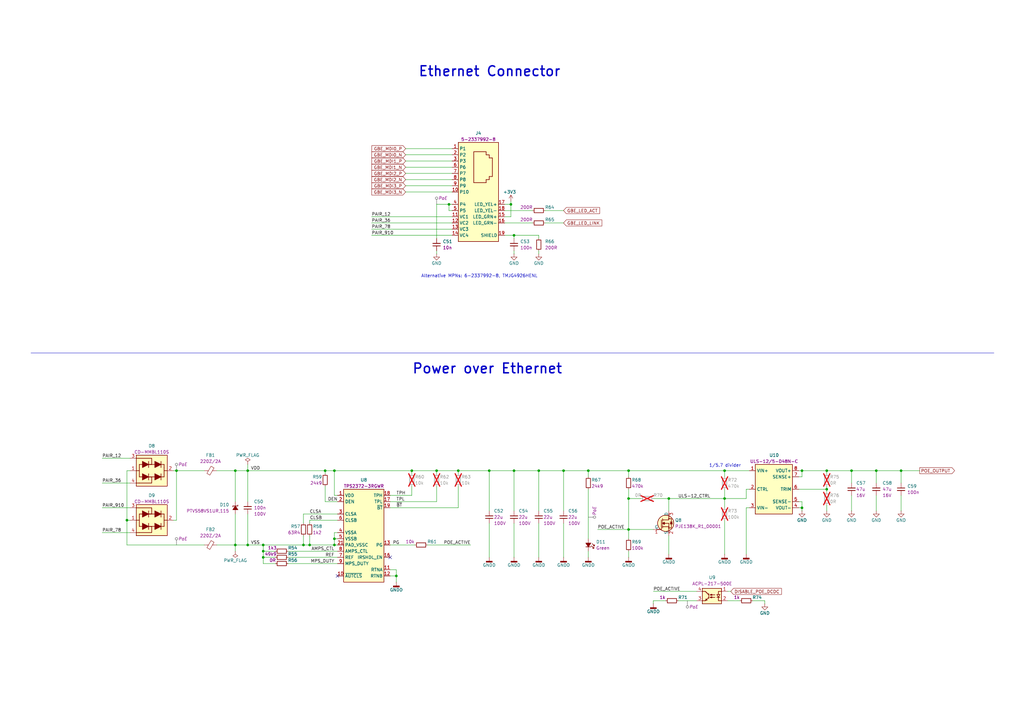
<source format=kicad_sch>
(kicad_sch (version 20250114) (generator "eeschema") (generator_version "9.0")
  (paper "A3")
  (title_block (title "Jetson Orin AGX Baseboard") (date "2025-08-11") (rev "1.0.0") (company "Antmicro Ltd") (comment 1 "www.antmicro.com"))
  (text "Power over Ethernet" (at 168.91 153.67 0) (effects (font (size 4 4) (thickness 0.5994) (bold yes)) (justify left bottom)))
  (text "Ethernet Connector" (at 171.45 31.75 0) (effects (font (size 4 4) (thickness 0.5994) (bold yes)) (justify left bottom)))
  (text "Alternative MPNs: 6-2337992-8, TMJG4926HENL " (at 197.104 113.284 0) (effects (font (size 1.27 1.27))))
  (text "1/5.7 divider" (at 290.83 191.77 0) (effects (font (size 1.27 1.27)) (justify left bottom)))
  (junction (at 137.16 193.04))
  (junction (at 328.93 208.28))
  (junction (at 133.35 193.04))
  (junction (at 137.16 220.98))
  (junction (at 124.46 223.52))
  (junction (at 231.14 193.04))
  (junction (at 184.15 83.82))
  (junction (at 200.66 193.04))
  (junction (at 241.3 193.04))
  (junction (at 257.81 217.17))
  (junction (at 257.81 193.04))
  (junction (at 297.18 193.04))
  (junction (at 168.91 193.04))
  (junction (at 187.96 193.04))
  (junction (at 96.52 193.04))
  (junction (at 107.95 228.6))
  (junction (at 107.95 226.06))
  (junction (at 52.07 213.36))
  (junction (at 210.82 96.52))
  (junction (at 220.98 193.04))
  (junction (at 137.16 223.52))
  (junction (at 359.41 193.04))
  (junction (at 257.81 204.47))
  (junction (at 297.18 204.47))
  (junction (at 101.6 223.52))
  (junction (at 162.56 236.22))
  (junction (at 127 223.52))
  (junction (at 369.57 193.04))
  (junction (at 209.55 83.82))
  (junction (at 339.09 200.66))
  (junction (at 179.07 193.04))
  (junction (at 210.82 193.04))
  (junction (at 349.25 193.04))
  (junction (at 339.09 193.04))
  (junction (at 107.95 223.52))
  (junction (at 328.93 193.04))
  (junction (at 72.39 193.04))
  (junction (at 96.52 223.52))
  (junction (at 274.32 204.47))
  (junction (at 101.6 193.04))
  (no_connect (at 138.43 236.22))
  (no_connect (at 160.02 228.6))
  (wire (pts (xy 166.37 76.2) (xy 185.42 76.2)))
  (wire (pts (xy 278.13 246.38) (xy 285.75 246.38)))
  (wire (pts (xy 209.55 82.55) (xy 209.55 83.82)))
  (wire (pts (xy 160.02 205.74) (xy 179.07 205.74)))
  (wire (pts (xy 101.6 210.82) (xy 101.6 223.52)))
  (wire (pts (xy 187.96 199.39) (xy 187.96 208.28)))
  (wire (pts (xy 297.18 200.66) (xy 297.18 204.47)))
  (wire (pts (xy 257.81 204.47) (xy 262.89 204.47)))
  (wire (pts (xy 245.11 217.17) (xy 257.81 217.17)))
  (wire (pts (xy 138.43 218.44) (xy 137.16 218.44)))
  (wire (pts (xy 257.81 193.04) (xy 297.18 193.04)))
  (wire (pts (xy 297.18 204.47) (xy 306.07 204.47)))
  (wire (pts (xy 166.37 71.12) (xy 185.42 71.12)))
  (wire (pts (xy 328.93 208.28) (xy 328.93 209.55)))
  (wire (pts (xy 306.07 208.28) (xy 307.34 208.28)))
  (wire (pts (xy 297.18 204.47) (xy 297.18 208.28)))
  (wire (pts (xy 160.02 203.2) (xy 168.91 203.2)))
  (wire (pts (xy 359.41 193.04) (xy 369.57 193.04)))
  (wire (pts (xy 257.81 193.04) (xy 257.81 195.58)))
  (wire (pts (xy 127 213.36) (xy 138.43 213.36)))
  (wire (pts (xy 369.57 203.2) (xy 369.57 209.55)))
  (wire (pts (xy 313.69 246.38) (xy 313.69 247.65)))
  (wire (pts (xy 349.25 193.04) (xy 359.41 193.04)))
  (wire (pts (xy 101.6 193.04) (xy 101.6 205.74)))
  (wire (pts (xy 107.95 226.06) (xy 107.95 228.6)))
  (wire (pts (xy 137.16 193.04) (xy 168.91 193.04)))
  (wire (pts (xy 113.03 228.6) (xy 107.95 228.6)))
  (wire (pts (xy 137.16 223.52) (xy 138.43 223.52)))
  (wire (pts (xy 107.95 231.14) (xy 107.95 228.6)))
  (wire (pts (xy 168.91 199.39) (xy 168.91 203.2)))
  (wire (pts (xy 137.16 193.04) (xy 137.16 203.2)))
  (wire (pts (xy 257.81 200.66) (xy 257.81 204.47)))
  (wire (pts (xy 168.91 193.04) (xy 168.91 194.31)))
  (wire (pts (xy 207.01 88.9) (xy 209.55 88.9)))
  (wire (pts (xy 241.3 226.06) (xy 241.3 228.6)))
  (wire (pts (xy 175.26 223.52) (xy 193.04 223.52)))
  (wire (pts (xy 179.07 83.82) (xy 179.07 97.79)))
  (wire (pts (xy 162.56 236.22) (xy 160.02 236.22)))
  (wire (pts (xy 339.09 200.66) (xy 339.09 201.93)))
  (wire (pts (xy 179.07 102.87) (xy 179.07 104.14)))
  (wire (pts (xy 166.37 78.74) (xy 185.42 78.74)))
  (wire (pts (xy 285.75 242.57) (xy 267.97 242.57)))
  (wire (pts (xy 359.41 193.04) (xy 359.41 198.12)))
  (wire (pts (xy 184.15 83.82) (xy 184.15 86.36)))
  (wire (pts (xy 118.11 231.14) (xy 138.43 231.14)))
  (wire (pts (xy 200.66 193.04) (xy 200.66 209.55)))
  (wire (pts (xy 207.01 96.52) (xy 210.82 96.52)))
  (wire (pts (xy 179.07 193.04) (xy 179.07 194.31)))
  (wire (pts (xy 137.16 218.44) (xy 137.16 220.98)))
  (wire (pts (xy 179.07 83.82) (xy 184.15 83.82)))
  (wire (pts (xy 267.97 204.47) (xy 274.32 204.47)))
  (wire (pts (xy 107.95 223.52) (xy 124.46 223.52)))
  (wire (pts (xy 328.93 195.58) (xy 328.93 193.04)))
  (wire (pts (xy 220.98 193.04) (xy 231.14 193.04)))
  (wire (pts (xy 220.98 214.63) (xy 220.98 228.6)))
  (wire (pts (xy 160.02 233.68) (xy 162.56 233.68)))
  (wire (pts (xy 210.82 97.79) (xy 210.82 96.52)))
  (wire (pts (xy 200.66 214.63) (xy 200.66 228.6)))
  (wire (pts (xy 101.6 223.52) (xy 107.95 223.52)))
  (wire (pts (xy 327.66 195.58) (xy 328.93 195.58)))
  (wire (pts (xy 220.98 193.04) (xy 220.98 209.55)))
  (wire (pts (xy 185.42 96.52) (xy 152.4 96.52)))
  (wire (pts (xy 207.01 86.36) (xy 218.44 86.36)))
  (wire (pts (xy 220.98 102.87) (xy 220.98 104.14)))
  (wire (pts (xy 327.66 208.28) (xy 328.93 208.28)))
  (wire (pts (xy 101.6 190.5) (xy 101.6 193.04)))
  (wire (pts (xy 328.93 205.74) (xy 328.93 208.28)))
  (wire (pts (xy 306.07 208.28) (xy 306.07 227.33)))
  (wire (pts (xy 327.66 200.66) (xy 339.09 200.66)))
  (wire (pts (xy 41.91 208.28) (xy 53.34 208.28)))
  (wire (pts (xy 257.81 217.17) (xy 257.81 220.98)))
  (wire (pts (xy 166.37 68.58) (xy 185.42 68.58)))
  (wire (pts (xy 257.81 204.47) (xy 257.81 217.17)))
  (wire (pts (xy 168.91 193.04) (xy 179.07 193.04)))
  (wire (pts (xy 187.96 193.04) (xy 200.66 193.04)))
  (wire (pts (xy 52.07 223.52) (xy 83.82 223.52)))
  (wire (pts (xy 257.81 226.06) (xy 257.81 228.6)))
  (wire (pts (xy 166.37 73.66) (xy 185.42 73.66)))
  (wire (pts (xy 274.32 219.71) (xy 274.32 227.33)))
  (wire (pts (xy 96.52 223.52) (xy 101.6 223.52)))
  (wire (pts (xy 96.52 193.04) (xy 96.52 205.74)))
  (wire (pts (xy 223.52 86.36) (xy 231.14 86.36)))
  (wire (pts (xy 185.42 83.82) (xy 184.15 83.82)))
  (wire (pts (xy 369.57 193.04) (xy 377.19 193.04)))
  (wire (pts (xy 369.57 193.04) (xy 369.57 198.12)))
  (polyline (pts (xy 12.7 144.78) (xy 407.67 144.78)))
  (wire (pts (xy 210.82 214.63) (xy 210.82 228.6)))
  (wire (pts (xy 107.95 231.14) (xy 113.03 231.14)))
  (wire (pts (xy 162.56 233.68) (xy 162.56 236.22)))
  (wire (pts (xy 297.18 193.04) (xy 297.18 195.58)))
  (wire (pts (xy 257.81 217.17) (xy 267.97 217.17)))
  (wire (pts (xy 210.82 193.04) (xy 210.82 209.55)))
  (wire (pts (xy 133.35 193.04) (xy 133.35 194.31)))
  (wire (pts (xy 297.18 213.36) (xy 297.18 227.33)))
  (wire (pts (xy 166.37 66.04) (xy 185.42 66.04)))
  (wire (pts (xy 185.42 91.44) (xy 152.4 91.44)))
  (wire (pts (xy 349.25 193.04) (xy 349.25 198.12)))
  (wire (pts (xy 41.91 218.44) (xy 53.34 218.44)))
  (wire (pts (xy 339.09 199.39) (xy 339.09 200.66)))
  (wire (pts (xy 231.14 193.04) (xy 241.3 193.04)))
  (wire (pts (xy 298.45 242.57) (xy 299.72 242.57)))
  (wire (pts (xy 137.16 203.2) (xy 138.43 203.2)))
  (wire (pts (xy 124.46 223.52) (xy 127 223.52)))
  (wire (pts (xy 207.01 91.44) (xy 218.44 91.44)))
  (wire (pts (xy 137.16 220.98) (xy 137.16 223.52)))
  (wire (pts (xy 267.97 246.38) (xy 273.05 246.38)))
  (wire (pts (xy 52.07 213.36) (xy 53.34 213.36)))
  (wire (pts (xy 152.4 88.9) (xy 185.42 88.9)))
  (wire (pts (xy 241.3 193.04) (xy 241.3 195.58)))
  (wire (pts (xy 72.39 213.36) (xy 71.12 213.36)))
  (wire (pts (xy 88.9 223.52) (xy 96.52 223.52)))
  (wire (pts (xy 133.35 205.74) (xy 138.43 205.74)))
  (wire (pts (xy 187.96 193.04) (xy 187.96 194.31)))
  (wire (pts (xy 210.82 102.87) (xy 210.82 104.14)))
  (wire (pts (xy 231.14 193.04) (xy 231.14 209.55)))
  (wire (pts (xy 162.56 238.76) (xy 162.56 236.22)))
  (wire (pts (xy 207.01 83.82) (xy 209.55 83.82)))
  (wire (pts (xy 52.07 213.36) (xy 52.07 223.52)))
  (wire (pts (xy 185.42 93.98) (xy 152.4 93.98)))
  (wire (pts (xy 127 213.36) (xy 127 214.63)))
  (wire (pts (xy 349.25 203.2) (xy 349.25 209.55)))
  (wire (pts (xy 306.07 204.47) (xy 306.07 200.66)))
  (wire (pts (xy 118.11 226.06) (xy 138.43 226.06)))
  (wire (pts (xy 297.18 193.04) (xy 307.34 193.04)))
  (wire (pts (xy 118.11 228.6) (xy 138.43 228.6)))
  (wire (pts (xy 328.93 193.04) (xy 339.09 193.04)))
  (wire (pts (xy 209.55 83.82) (xy 209.55 88.9)))
  (wire (pts (xy 327.66 193.04) (xy 328.93 193.04)))
  (wire (pts (xy 339.09 209.55) (xy 339.09 207.01)))
  (wire (pts (xy 72.39 193.04) (xy 83.82 193.04)))
  (wire (pts (xy 96.52 193.04) (xy 101.6 193.04)))
  (wire (pts (xy 113.03 226.06) (xy 107.95 226.06)))
  (wire (pts (xy 166.37 63.5) (xy 185.42 63.5)))
  (wire (pts (xy 124.46 210.82) (xy 124.46 214.63)))
  (wire (pts (xy 241.3 200.66) (xy 241.3 220.98)))
  (wire (pts (xy 359.41 203.2) (xy 359.41 209.55)))
  (wire (pts (xy 274.32 204.47) (xy 297.18 204.47)))
  (wire (pts (xy 184.15 86.36) (xy 185.42 86.36)))
  (wire (pts (xy 179.07 193.04) (xy 187.96 193.04)))
  (wire (pts (xy 160.02 223.52) (xy 170.18 223.52)))
  (wire (pts (xy 41.91 198.12) (xy 53.34 198.12)))
  (wire (pts (xy 166.37 60.96) (xy 185.42 60.96)))
  (wire (pts (xy 308.61 246.38) (xy 313.69 246.38)))
  (wire (pts (xy 107.95 223.52) (xy 107.95 226.06)))
  (wire (pts (xy 88.9 193.04) (xy 96.52 193.04)))
  (wire (pts (xy 137.16 220.98) (xy 138.43 220.98)))
  (wire (pts (xy 210.82 193.04) (xy 220.98 193.04)))
  (wire (pts (xy 160.02 208.28) (xy 187.96 208.28)))
  (wire (pts (xy 101.6 193.04) (xy 133.35 193.04)))
  (wire (pts (xy 71.12 193.04) (xy 72.39 193.04)))
  (wire (pts (xy 179.07 199.39) (xy 179.07 205.74)))
  (wire (pts (xy 339.09 193.04) (xy 349.25 193.04)))
  (wire (pts (xy 127 223.52) (xy 137.16 223.52)))
  (wire (pts (xy 124.46 210.82) (xy 138.43 210.82)))
  (wire (pts (xy 72.39 193.04) (xy 72.39 213.36)))
  (wire (pts (xy 200.66 193.04) (xy 210.82 193.04)))
  (wire (pts (xy 96.52 223.52) (xy 96.52 226.06)))
  (wire (pts (xy 96.52 210.82) (xy 96.52 223.52)))
  (wire (pts (xy 41.91 187.96) (xy 53.34 187.96)))
  (wire (pts (xy 298.45 246.38) (xy 303.53 246.38)))
  (wire (pts (xy 339.09 193.04) (xy 339.09 194.31)))
  (wire (pts (xy 306.07 200.66) (xy 307.34 200.66)))
  (wire (pts (xy 52.07 193.04) (xy 52.07 213.36)))
  (wire (pts (xy 274.32 209.55) (xy 274.32 204.47)))
  (wire (pts (xy 327.66 205.74) (xy 328.93 205.74)))
  (wire (pts (xy 220.98 96.52) (xy 210.82 96.52)))
  (wire (pts (xy 124.46 219.71) (xy 124.46 223.52)))
  (wire (pts (xy 133.35 193.04) (xy 137.16 193.04)))
  (wire (pts (xy 133.35 199.39) (xy 133.35 205.74)))
  (wire (pts (xy 241.3 193.04) (xy 257.81 193.04)))
  (wire (pts (xy 267.97 246.38) (xy 267.97 247.65)))
  (wire (pts (xy 53.34 193.04) (xy 52.07 193.04)))
  (wire (pts (xy 220.98 97.79) (xy 220.98 96.52)))
  (wire (pts (xy 231.14 214.63) (xy 231.14 228.6)))
  (wire (pts (xy 127 219.71) (xy 127 223.52)))
  (wire (pts (xy 223.52 91.44) (xy 231.14 91.44)))
  (label "TPH" (at 162.56 203.2 0))
  (label "PAIR_78" (at 152.4 93.98 0))
  (label "PAIR_36" (at 41.91 198.12 0))
  (label "PAIR_12" (at 152.4 88.9 0))
  (label "ULS-12_CTRL" (at 278.13 204.47 0))
  (label "REF" (at 137.16 228.6 180))
  (label "PAIR_36" (at 152.4 91.44 0))
  (label "PG" (at 163.83 223.52 180))
  (label "CLSA" (at 127 210.82 0))
  (label "POE_ACTIVE" (at 245.11 217.17 0))
  (label "DEN" (at 138.43 205.74 180))
  (label "PAIR_910" (at 152.4 96.52 0))
  (label "POE_ACTIVE" (at 193.04 223.52 180))
  (label "AMPS_CTL" (at 137.16 226.06 180))
  (label "POE_ACTIVE" (at 267.97 242.57 0))
  (label "PAIR_910" (at 41.91 208.28 0))
  (label "PAIR_78" (at 41.91 218.44 0))
  (label "TPL" (at 162.56 205.74 0))
  (label "VSS" (at 102.87 223.52 0))
  (label "PAIR_12" (at 41.91 187.96 0))
  (label "VDD" (at 102.87 193.04 0))
  (label "MPS_DUTY" (at 137.16 231.14 180))
  (label "~{BT}" (at 162.56 208.28 0))
  (label "CLSB" (at 132.08 213.36 180))
  (global_label "GBE_MDI1_N" (shape input) (at 166.37 68.58 180) (property "Intersheetrefs" "${INTERSHEET_REFS}" (effects (hide yes))))
  (global_label "DISABLE_POE_DCDC" (shape input) (at 299.72 242.57 0) (property "Intersheetrefs" "${INTERSHEET_REFS}" (effects (hide yes))))
  (global_label "GBE_LED_ACT" (shape input) (at 231.14 86.36 0) (property "Intersheetrefs" "${INTERSHEET_REFS}" (effects (hide yes))))
  (global_label "POE_OUTPUT" (shape output) (at 377.19 193.04 0) (property "Intersheetrefs" "${INTERSHEET_REFS}" (effects (hide yes))))
  (global_label "GBE_MDI2_P" (shape input) (at 166.37 71.12 180) (property "Intersheetrefs" "${INTERSHEET_REFS}" (effects (hide yes))))
  (global_label "GBE_MDI3_P" (shape input) (at 166.37 76.2 180) (property "Intersheetrefs" "${INTERSHEET_REFS}" (effects (hide yes))))
  (global_label "GBE_MDI1_P" (shape input) (at 166.37 66.04 180) (property "Intersheetrefs" "${INTERSHEET_REFS}" (effects (hide yes))))
  (global_label "GBE_LED_LINK" (shape input) (at 231.14 91.44 0) (property "Intersheetrefs" "${INTERSHEET_REFS}" (effects (hide yes))))
  (global_label "GBE_MDI2_N" (shape input) (at 166.37 73.66 180) (property "Intersheetrefs" "${INTERSHEET_REFS}" (effects (hide yes))))
  (global_label "GBE_MDI0_P" (shape input) (at 166.37 60.96 180) (property "Intersheetrefs" "${INTERSHEET_REFS}" (effects (hide yes))))
  (global_label "GBE_MDI0_N" (shape input) (at 166.37 63.5 180) (property "Intersheetrefs" "${INTERSHEET_REFS}" (effects (hide yes))))
  (global_label "GBE_MDI3_N" (shape input) (at 166.37 78.74 180) (property "Intersheetrefs" "${INTERSHEET_REFS}" (effects (hide yes))))
  (netclass_flag "" (length 2.54) (shape round) (at 241.3 212.09 270) (property "Netclass" "PoE" (at 243.84 211.3915 90) (effects (font (italic yes)) (justify left))))
  (netclass_flag "" (length 2.54) (shape round) (at 281.94 246.38 180) (property "Netclass" "PoE" (at 282.6385 248.92 0) (effects (font (italic yes)) (justify left))))
  (netclass_flag "" (length 2.54) (shape round) (at 179.07 83.82 0) (property "Netclass" "PoE" (at 179.7685 81.28 0) (effects (font (italic yes)) (justify left))))
  (netclass_flag "" (length 2.54) (shape round) (at 72.39 193.04 0) (property "Netclass" "PoE" (at 73.0885 190.5 0) (effects (font (italic yes)) (justify left))))
  (netclass_flag "" (length 2.54) (shape round) (at 72.39 223.52 0) (property "Netclass" "PoE" (at 73.0885 220.98 0) (effects (font (italic yes)) (justify left))))
  (symbol (lib_id "antmicroCapacitorsmisc:C_22u_100V_2220") (at 220.98 214.63 90) (unit 1)
    (property "Reference" "C55" (at 222.885 209.55 90) (effects (justify right)))
    (property "Value" "C_22u_100V_2220" (effects (hide yes)))
    (property "Footprint" "antmicro-footprints:C_2220_5650Metric" (effects (hide yes)))
    (property "Datasheet" "https://product.tdk.com/en/search/capacitor/ceramic/mlcc/info?part_no=C5750X7S2A226M280KB" (effects (hide yes)))
    (property "Manufacturer" "TDK" (effects (hide yes)))
    (property "MPN" "C5750X7S2A226M280KB" (effects (hide yes)))
    (property "Val" "22u" (at 222.885 212.09 90) (effects (justify right)))
    (property "License" "Apache-2.0" (effects (hide yes)))
    (property "Author" "Antmicro" (effects (hide yes)))
    (property "Voltage" "100V" (at 222.885 214.63 90) (effects (justify right)))
    (property "Dielectric" "X7S" (effects (hide yes)))
    (property "Public" "False" (effects (hide yes)))
  )
  (symbol (lib_id "antmicropower:GNDD") (at 210.82 228.6 0) (unit 1)
    (property "Reference" "#PWR091" (effects (hide yes)))
    (property "Value" "GNDD" (at 210.82 231.775 0))
    (property "Author" "Antmicro" (effects (hide yes)))
    (property "License" "Apache-2.0" (effects (hide yes)))
  )
  (symbol (lib_id "antmicroFerriteBeadsandChips:FB_220Z_2A_Murata-BLM21PG_0805") (at 83.82 193.04 0) (unit 1)
    (property "Reference" "FB1" (at 86.3219 186.69 0))
    (property "Value" "FB_220Z_2A_Murata-BLM21PG_0805" (effects (hide yes)))
    (property "Footprint" "antmicro-footprints:FB_0805_2012Metric" (effects (hide yes)))
    (property "Datasheet" "https://www.murata.com/products/productdata/8796738977822/ENFA0005.pdf?1653276712000" (effects (hide yes)))
    (property "MPN" "BLM21PG221SN1D" (effects (hide yes)))
    (property "Manufacturer" "Murata" (effects (hide yes)))
    (property "Author" "Antmicro" (effects (hide yes)))
    (property "License" "Apache-2.0" (effects (hide yes)))
    (property "Val" "220Z/2A" (at 86.3219 189.23 0))
  )
  (symbol (lib_id "antmicroResistors0402:R_1k_0402") (at 273.05 246.38 0) (unit 1)
    (property "Reference" "R71" (at 278.13 245.745 0) (effects (justify left bottom)))
    (property "Value" "R_1k_0402" (effects (hide yes)))
    (property "Footprint" "antmicro-footprints:R_0402_1005Metric" (effects (hide yes)))
    (property "Datasheet" "https://www.bourns.com/docs/product-datasheets/cr.pdf" (effects (hide yes)))
    (property "Manufacturer" "Bourns" (effects (hide yes)))
    (property "MPN" "CR0402-FX-1001GLF" (effects (hide yes)))
    (property "Val" "1k" (at 270.51 245.745 0) (effects (justify left bottom)))
    (property "License" "Apache-2.0" (effects (hide yes)))
    (property "Author" "Antmicro" (effects (hide yes)))
    (property "Tolerance" "1%" (effects (hide yes)))
  )
  (symbol (lib_id "antmicropower:GND") (at 220.98 104.14 0) (unit 1)
    (property "Reference" "#PWR092" (effects (hide yes)))
    (property "Value" "GND" (at 220.98 107.95 0))
    (property "Author" "Antmicro" (effects (hide yes)))
    (property "License" "Apache-2.0" (effects (hide yes)))
  )
  (symbol (lib_id "antmicropower:GNDD") (at 274.32 227.33 0) (unit 1)
    (property "Reference" "#PWR098" (effects (hide yes)))
    (property "Value" "GNDD" (at 274.32 230.505 0))
    (property "Author" "Antmicro" (effects (hide yes)))
    (property "License" "Apache-2.0" (effects (hide yes)))
  )
  (symbol (lib_id "antmicropower:GND") (at 369.57 209.55 0) (unit 1)
    (property "Reference" "#PWR0106" (effects (hide yes)))
    (property "Value" "GND" (at 369.57 213.36 0))
    (property "Author" "Antmicro" (effects (hide yes)))
    (property "License" "Apache-2.0" (effects (hide yes)))
  )
  (symbol (lib_id "antmicroResistors0402:R_1k_0402") (at 303.53 246.38 0) (unit 1)
    (property "Reference" "R74" (at 308.61 245.745 0) (effects (justify left bottom)))
    (property "Value" "R_1k_0402" (effects (hide yes)))
    (property "Footprint" "antmicro-footprints:R_0402_1005Metric" (effects (hide yes)))
    (property "Datasheet" "https://www.bourns.com/docs/product-datasheets/cr.pdf" (effects (hide yes)))
    (property "Manufacturer" "Bourns" (effects (hide yes)))
    (property "MPN" "CR0402-FX-1001GLF" (effects (hide yes)))
    (property "Val" "1k" (at 300.99 245.745 0) (effects (justify left bottom)))
    (property "License" "Apache-2.0" (effects (hide yes)))
    (property "Author" "Antmicro" (effects (hide yes)))
    (property "Tolerance" "1%" (effects (hide yes)))
  )
  (symbol (lib_id "antmicropower:GND") (at 339.09 209.55 0) (unit 1)
    (property "Reference" "#PWR0103" (effects (hide yes)))
    (property "Value" "GND" (at 339.09 213.36 0))
    (property "Author" "Antmicro" (effects (hide yes)))
    (property "License" "Apache-2.0" (effects (hide yes)))
  )
  (symbol (lib_id "antmicroOptoisolatorsLogicOutput:ACPL-217-500E") (at 298.45 242.57 0) (mirror y) (unit 1)
    (property "Reference" "U9" (at 292.1 236.855 0))
    (property "Value" "ACPL-217-500E" (effects (hide yes)))
    (property "Footprint" "antmicro-footprints:SOIC-4_4.55x2.6mm_P1.27mm" (effects (hide yes)))
    (property "Datasheet" "https://docs.broadcom.com/doc/AV02-0470EN" (effects (hide yes)))
    (property "Description" "Broadcom ACPL-217-500E DC Input Transistor Output Optocoupler, Surface Mount, 4-Pin SO" (effects (hide yes)))
    (property "Manufacturer" "Broadcom" (effects (hide yes)))
    (property "MPN" "ACPL-217-500E" (at 292.1 239.395 0))
    (property "Author" "Antmicro" (effects (hide yes)))
    (property "License" "Apache-2.0" (effects (hide yes)))
  )
  (symbol (lib_id "antmicroResistors0402:R_0R_0402") (at 118.11 231.14 180) (unit 1)
    (property "Reference" "R56" (at 118.11 230.505 0) (effects (justify right top)))
    (property "Value" "R_0R_0402" (effects (hide yes)))
    (property "Footprint" "antmicro-footprints:R_0402_1005Metric" (effects (hide yes)))
    (property "Datasheet" "https://industrial.panasonic.com/cdbs/www-data/pdf/RDA0000/AOA0000C301.pdf" (effects (hide yes)))
    (property "Manufacturer" "Panasonic" (effects (hide yes)))
    (property "MPN" "ERJ2GE0R00X" (effects (hide yes)))
    (property "Val" "0R" (at 110.49 230.505 0) (effects (justify right top)))
    (property "License" "Apache-2.0" (effects (hide yes)))
    (property "Author" "Antmicro" (effects (hide yes)))
    (property "Current" "1A" (effects (hide yes)))
  )
  (symbol (lib_id "antmicroFerriteBeadsandChips:FB_220Z_2A_Murata-BLM21PG_0805") (at 83.82 223.52 0) (unit 1)
    (property "Reference" "FB2" (at 86.3219 217.17 0))
    (property "Value" "FB_220Z_2A_Murata-BLM21PG_0805" (effects (hide yes)))
    (property "Footprint" "antmicro-footprints:FB_0805_2012Metric" (effects (hide yes)))
    (property "Datasheet" "https://www.murata.com/products/productdata/8796738977822/ENFA0005.pdf?1653276712000" (effects (hide yes)))
    (property "MPN" "BLM21PG221SN1D" (effects (hide yes)))
    (property "Manufacturer" "Murata" (effects (hide yes)))
    (property "Author" "Antmicro" (effects (hide yes)))
    (property "License" "Apache-2.0" (effects (hide yes)))
    (property "Val" "220Z/2A" (at 86.3219 219.71 0))
  )
  (symbol (lib_id "antmicroResistors0402:R_10k_0402") (at 179.07 199.39 90) (unit 1) (in_bom no) (dnp yes)
    (property "Reference" "R62" (at 180.34 195.58 90) (effects (justify right)))
    (property "Value" "R_10k_0402" (effects (hide yes)))
    (property "Footprint" "antmicro-footprints:R_0402_1005Metric" (effects (hide yes)))
    (property "Datasheet" "https://www.bourns.com/docs/product-datasheets/cr.pdf" (effects (hide yes)))
    (property "Manufacturer" "Bourns" (effects (hide yes)))
    (property "MPN" "CR0402-FX-1002GLF" (effects (hide yes)))
    (property "Val" "10k" (at 180.34 198.12 90) (effects (justify right)))
    (property "License" "Apache-2.0" (effects (hide yes)))
    (property "Author" "Antmicro" (effects (hide yes)))
    (property "Tolerance" "1%" (effects (hide yes)))
  )
  (symbol (lib_id "antmicropower:GND") (at 179.07 104.14 0) (unit 1)
    (property "Reference" "#PWR087" (effects (hide yes)))
    (property "Value" "GND" (at 179.07 107.95 0))
    (property "Author" "Antmicro" (effects (hide yes)))
    (property "License" "Apache-2.0" (effects (hide yes)))
  )
  (symbol (lib_id "antmicroResistors0603:R_63R4_0603") (at 124.46 219.71 270) (mirror x) (unit 1)
    (property "Reference" "R57" (at 123.19 215.9 90) (effects (justify right)))
    (property "Value" "R_63R4_0603" (effects (hide yes)))
    (property "Footprint" "antmicro-footprints:R_0603_1608Metric" (effects (hide yes)))
    (property "Datasheet" "https://www.bourns.com/docs/product-datasheets/cr.pdf" (effects (hide yes)))
    (property "Manufacturer" "Bourns" (effects (hide yes)))
    (property "MPN" "CR0603-FX-63R4ELF" (effects (hide yes)))
    (property "Val" "63R4" (at 123.19 218.44 90) (effects (justify right)))
    (property "License" "Apache-2.0" (effects (hide yes)))
    (property "Author" "Antmicro" (effects (hide yes)))
    (property "Tolerance" "1%" (effects (hide yes)))
  )
  (symbol (lib_id "antmicroCapacitorsmisc:C_22u_100V_2220") (at 200.66 214.63 90) (unit 1)
    (property "Reference" "C52" (at 202.565 209.55 90) (effects (justify right)))
    (property "Value" "C_22u_100V_2220" (effects (hide yes)))
    (property "Footprint" "antmicro-footprints:C_2220_5650Metric" (effects (hide yes)))
    (property "Datasheet" "https://product.tdk.com/en/search/capacitor/ceramic/mlcc/info?part_no=C5750X7S2A226M280KB" (effects (hide yes)))
    (property "Manufacturer" "TDK" (effects (hide yes)))
    (property "MPN" "C5750X7S2A226M280KB" (effects (hide yes)))
    (property "Val" "22u" (at 202.565 212.09 90) (effects (justify right)))
    (property "License" "Apache-2.0" (effects (hide yes)))
    (property "Author" "Antmicro" (effects (hide yes)))
    (property "Voltage" "100V" (at 202.565 214.63 90) (effects (justify right)))
    (property "Dielectric" "X7S" (effects (hide yes)))
    (property "Public" "False" (effects (hide yes)))
  )
  (symbol (lib_id "antmicroDCDCConverters:ULS-12_5-D48N-C") (at 307.34 193.04 0) (unit 1)
    (property "Reference" "U10" (at 317.5 186.69 0))
    (property "Value" "ULS-12_5-D48N-C" (effects (hide yes)))
    (property "Footprint" "antmicro-footprints:Conv_Murata_ULS-60W" (effects (hide yes)))
    (property "Datasheet" "https://www.murata.com/products/productdata/8807040286750/uls.pdf?1649388617000" (effects (hide yes)))
    (property "Description" "Isolated Through Hole DC/DC Converter, ITE, 2:1, 60 W, 1 Output, 12 V, 5 A" (effects (hide yes)))
    (property "Manufacturer" "Murata" (effects (hide yes)))
    (property "MPN" "ULS-12/5-D48N-C" (at 317.5 189.23 0))
    (property "Author" "Antmicro" (effects (hide yes)))
    (property "License" "Apache-2.0" (effects (hide yes)))
    (property "Alternatives 50W" " VCB4812SBO-50WR3, V36SE12004NRFA, PKU5513ESI, KHHD004A2B41Z" (effects (hide yes)))
    (property "Alternatives 75W" " VCB4812SBO-75WR3" (effects (hide yes)))
    (property "Alternatives 100W" "PKU4913DPIHS, VCB4812SBO-100WFR3" (effects (hide yes)))
    (property "Alternatives 120W" "PQC50-48-S12-O" (effects (hide yes)))
  )
  (symbol (lib_id "antmicropower:GNDD") (at 162.56 238.76 0) (unit 1)
    (property "Reference" "#PWR086" (effects (hide yes)))
    (property "Value" "GNDD" (at 162.56 241.935 0))
    (property "Author" "Antmicro" (effects (hide yes)))
    (property "License" "Apache-2.0" (effects (hide yes)))
  )
  (symbol (lib_id "antmicroDiodesRectifiersSingle:CD-MMBL110S") (at 53.34 208.28 0) (unit 1)
    (property "Reference" "D9" (at 62.23 203.2 0))
    (property "Value" "CD-MMBL110S" (effects (hide yes)))
    (property "Footprint" "antmicro-footprints:DFN3538" (effects (hide yes)))
    (property "Datasheet" "https://www.bourns.com/docs/product-datasheets/CD-MMBL110S.pdf" (effects (hide yes)))
    (property "MPN" "CD-MMBL110S" (at 62.23 205.74 0))
    (property "Manufacturer" "Bourns" (effects (hide yes)))
    (property "Author" "Antmicro" (effects (hide yes)))
    (property "License" "Apache-2.0" (effects (hide yes)))
  )
  (symbol (lib_id "antmicroResistors0402:R_10k_0402") (at 175.26 223.52 180) (unit 1)
    (property "Reference" "R61" (at 175.26 222.885 0) (effects (justify right top)))
    (property "Value" "R_10k_0402" (effects (hide yes)))
    (property "Footprint" "antmicro-footprints:R_0402_1005Metric" (effects (hide yes)))
    (property "Datasheet" "https://www.bourns.com/docs/product-datasheets/cr.pdf" (effects (hide yes)))
    (property "Manufacturer" "Bourns" (effects (hide yes)))
    (property "MPN" "CR0402-FX-1002GLF" (effects (hide yes)))
    (property "Val" "10k" (at 166.37 222.885 0) (effects (justify right top)))
    (property "License" "Apache-2.0" (effects (hide yes)))
    (property "Author" "Antmicro" (effects (hide yes)))
    (property "Tolerance" "1%" (effects (hide yes)))
  )
  (symbol (lib_id "antmicroResistors0402:R_470k_0402") (at 257.81 200.66 90) (unit 1)
    (property "Reference" "R68" (at 259.08 196.85 90) (effects (justify right)))
    (property "Value" "R_470k_0402" (effects (hide yes)))
    (property "Footprint" "antmicro-footprints:R_0402_1005Metric" (effects (hide yes)))
    (property "Datasheet" "https://www.bourns.com/docs/product-datasheets/cr.pdf" (effects (hide yes)))
    (property "Manufacturer" "Bourns" (effects (hide yes)))
    (property "MPN" "CR0402-FX-4703GLF" (effects (hide yes)))
    (property "Val" "470k" (at 259.08 199.39 90) (effects (justify right)))
    (property "License" "Apache-2.0" (effects (hide yes)))
    (property "Author" "Antmicro" (effects (hide yes)))
    (property "Tolerance" "1%" (effects (hide yes)))
  )
  (symbol (lib_id "antmicropower:GNDD") (at 231.14 228.6 0) (unit 1)
    (property "Reference" "#PWR094" (effects (hide yes)))
    (property "Value" "GNDD" (at 231.14 231.775 0))
    (property "Author" "Antmicro" (effects (hide yes)))
    (property "License" "Apache-2.0" (effects (hide yes)))
  )
  (symbol (lib_id "antmicropower:+3V3") (at 209.55 82.55 0) (unit 1)
    (property "Reference" "#PWR089" (effects (hide yes)))
    (property "Value" "+3V3" (at 206.375 78.74 0) (effects (justify left)))
    (property "Author" "Antmicro" (effects (hide yes)))
    (property "License" "Apache-2.0" (effects (hide yes)))
  )
  (symbol (lib_id "antmicroResistors0402:R_10k_0402") (at 168.91 199.39 90) (unit 1) (in_bom no) (dnp yes)
    (property "Reference" "R60" (at 170.18 195.58 90) (effects (justify right)))
    (property "Value" "R_10k_0402" (effects (hide yes)))
    (property "Footprint" "antmicro-footprints:R_0402_1005Metric" (effects (hide yes)))
    (property "Datasheet" "https://www.bourns.com/docs/product-datasheets/cr.pdf" (effects (hide yes)))
    (property "Manufacturer" "Bourns" (effects (hide yes)))
    (property "MPN" "CR0402-FX-1002GLF" (effects (hide yes)))
    (property "Val" "10k" (at 170.18 198.12 90) (effects (justify right)))
    (property "License" "Apache-2.0" (effects (hide yes)))
    (property "Author" "Antmicro" (effects (hide yes)))
    (property "Tolerance" "1%" (effects (hide yes)))
  )
  (symbol (lib_id "antmicroResistors0402:R_200R_0402") (at 218.44 91.44 0) (mirror x) (unit 1)
    (property "Reference" "R65" (at 223.52 90.805 0) (effects (justify left top)))
    (property "Value" "R_200R_0402" (effects (hide yes)))
    (property "Footprint" "antmicro-footprints:R_0402_1005Metric" (effects (hide yes)))
    (property "Datasheet" "https://www.bourns.com/docs/product-datasheets/cr.pdf" (effects (hide yes)))
    (property "Manufacturer" "Bourns" (effects (hide yes)))
    (property "MPN" "CR0402-FX-2000GLF" (effects (hide yes)))
    (property "Val" "200R" (at 213.36 90.805 0) (effects (justify left top)))
    (property "License" "Apache-2.0" (effects (hide yes)))
    (property "Author" "Antmicro" (effects (hide yes)))
    (property "Tolerance" "1%" (effects (hide yes)))
  )
  (symbol (lib_id "antmicropower:GNDD") (at 200.66 228.6 0) (unit 1)
    (property "Reference" "#PWR088" (effects (hide yes)))
    (property "Value" "GNDD" (at 200.66 231.775 0))
    (property "Author" "Antmicro" (effects (hide yes)))
    (property "License" "Apache-2.0" (effects (hide yes)))
  )
  (symbol (lib_id "antmicroResistors0402:R_470k_0402") (at 297.18 200.66 90) (unit 1) (in_bom no) (dnp yes)
    (property "Reference" "R72" (at 298.45 196.85 90) (effects (justify right)))
    (property "Value" "R_470k_0402" (effects (hide yes)))
    (property "Footprint" "antmicro-footprints:R_0402_1005Metric" (effects (hide yes)))
    (property "Datasheet" "https://www.bourns.com/docs/product-datasheets/cr.pdf" (effects (hide yes)))
    (property "Manufacturer" "Bourns" (effects (hide yes)))
    (property "MPN" "CR0402-FX-4703GLF" (effects (hide yes)))
    (property "Val" "470k" (at 298.45 199.39 90) (effects (justify right)))
    (property "License" "Apache-2.0" (effects (hide yes)))
    (property "Author" "Antmicro" (effects (hide yes)))
    (property "Tolerance" "1%" (effects (hide yes)))
  )
  (symbol (lib_id "antmicroResistors0402:R_200R_0402") (at 218.44 86.36 0) (mirror x) (unit 1)
    (property "Reference" "R64" (at 223.52 85.725 0) (effects (justify left top)))
    (property "Value" "R_200R_0402" (effects (hide yes)))
    (property "Footprint" "antmicro-footprints:R_0402_1005Metric" (effects (hide yes)))
    (property "Datasheet" "https://www.bourns.com/docs/product-datasheets/cr.pdf" (effects (hide yes)))
    (property "Manufacturer" "Bourns" (effects (hide yes)))
    (property "MPN" "CR0402-FX-2000GLF" (effects (hide yes)))
    (property "Val" "200R" (at 213.36 85.725 0) (effects (justify left top)))
    (property "License" "Apache-2.0" (effects (hide yes)))
    (property "Author" "Antmicro" (effects (hide yes)))
    (property "Tolerance" "1%" (effects (hide yes)))
  )
  (symbol (lib_id "antmicroCapacitors0402:C_100n_0402") (at 369.57 198.12 90) (mirror x) (unit 1)
    (property "Reference" "C59" (at 372.11 199.3963 90) (effects (justify right)))
    (property "Value" "C_100n_0402" (effects (hide yes)))
    (property "Footprint" "antmicro-footprints:C_0402_1005Metric" (effects (hide yes)))
    (property "Datasheet" "https://www.murata.com/products/productdetail?partno=GRM155R61H104KE14%23" (effects (hide yes)))
    (property "MPN" "GRM155R61H104KE14D" (effects (hide yes)))
    (property "Manufacturer" "Murata" (effects (hide yes)))
    (property "Val" "100n" (at 372.11 201.9363 90) (effects (justify right)))
    (property "License" "Apache-2.0" (effects (hide yes)))
    (property "Author" "Antmicro" (effects (hide yes)))
    (property "Voltage" "50V" (effects (hide yes)))
    (property "Dielectric" "X5R" (effects (hide yes)))
  )
  (symbol (lib_id "antmicropower:GND") (at 313.69 247.65 0) (unit 1)
    (property "Reference" "#PWR0101" (effects (hide yes)))
    (property "Value" "GND" (at 313.69 251.46 0))
    (property "Author" "Antmicro" (effects (hide yes)))
    (property "License" "Apache-2.0" (effects (hide yes)))
  )
  (symbol (lib_id "antmicropower:GNDD") (at 241.3 228.6 0) (unit 1)
    (property "Reference" "#PWR095" (effects (hide yes)))
    (property "Value" "GNDD" (at 241.3 231.775 0))
    (property "Author" "Antmicro" (effects (hide yes)))
    (property "License" "Apache-2.0" (effects (hide yes)))
  )
  (symbol (lib_id "antmicroResistors0402:R_100k_0402") (at 297.18 213.36 90) (unit 1) (in_bom no) (dnp yes)
    (property "Reference" "R73" (at 298.45 209.55 90) (effects (justify right)))
    (property "Value" "R_100k_0402" (effects (hide yes)))
    (property "Footprint" "antmicro-footprints:R_0402_1005Metric" (effects (hide yes)))
    (property "Datasheet" "https://www.bourns.com/docs/product-datasheets/cr.pdf" (effects (hide yes)))
    (property "Manufacturer" "Bourns" (effects (hide yes)))
    (property "MPN" "CR0402-FX-1003GLF" (effects (hide yes)))
    (property "Val" "100k" (at 298.45 212.09 90) (effects (justify right)))
    (property "License" "Apache-2.0" (effects (hide yes)))
    (property "Author" "Antmicro" (effects (hide yes)))
    (property "Tolerance" "1%" (effects (hide yes)))
  )
  (symbol (lib_id "antmicroCapacitorsmisc:C_47u_16V_1206") (at 359.41 203.2 90) (unit 1)
    (property "Reference" "C58" (at 361.95 198.1136 90) (effects (justify right)))
    (property "Value" "C_47u_16V_1206" (effects (hide yes)))
    (property "Footprint" "antmicro-footprints:C_1206_3216Metric" (effects (hide yes)))
    (property "Datasheet" "https://product.tdk.com/en/search/capacitor/ceramic/mlcc/info?part_no=C3216X5R1C476M160AB" (effects (hide yes)))
    (property "Manufacturer" "TDK" (effects (hide yes)))
    (property "MPN" "C3216X5R1C476M160AB" (effects (hide yes)))
    (property "Val" "47u" (at 361.95 200.6536 90) (effects (justify right)))
    (property "License" "Apache-2.0" (effects (hide yes)))
    (property "Author" "Antmicro" (effects (hide yes)))
    (property "Voltage" "16V" (at 361.95 203.1936 90) (effects (justify right)))
    (property "Dielectric" "X5R" (effects (hide yes)))
    (property "Public" "False" (effects (hide yes)))
  )
  (symbol (lib_id "antmicroCapacitorsmisc:C_22u_100V_2220") (at 210.82 214.63 90) (unit 1)
    (property "Reference" "C54" (at 212.725 209.55 90) (effects (justify right)))
    (property "Value" "C_22u_100V_2220" (effects (hide yes)))
    (property "Footprint" "antmicro-footprints:C_2220_5650Metric" (effects (hide yes)))
    (property "Datasheet" "https://product.tdk.com/en/search/capacitor/ceramic/mlcc/info?part_no=C5750X7S2A226M280KB" (effects (hide yes)))
    (property "Manufacturer" "TDK" (effects (hide yes)))
    (property "MPN" "C5750X7S2A226M280KB" (effects (hide yes)))
    (property "Val" "22u" (at 212.725 212.09 90) (effects (justify right)))
    (property "License" "Apache-2.0" (effects (hide yes)))
    (property "Author" "Antmicro" (effects (hide yes)))
    (property "Voltage" "100V" (at 212.725 214.63 90) (effects (justify right)))
    (property "Dielectric" "X7S" (effects (hide yes)))
    (property "Public" "False" (effects (hide yes)))
  )
  (symbol (lib_id "antmicroPMICPowerDistributionSwitchesLoadDrivers:TPS2372-3RGWR") (at 138.43 203.2 0) (unit 1)
    (property "Reference" "U8" (at 149.225 196.85 0))
    (property "Value" "TPS2372-3RGWR" (effects (hide yes)))
    (property "Footprint" "antmicro-footprints:VQFN-20_5x5x1mm_P0.65mm" (effects (hide yes)))
    (property "Datasheet" "https://www.ti.com/lit/ds/symlink/tps2372.pdf?ts=1679042478513&ref_url=https%253A%252F%252Fwww.google.com%252F" (effects (hide yes)))
    (property "MPN" "TPS2372-3RGWR" (at 149.225 199.39 0))
    (property "Manufacturer" "Texas Instruments" (effects (hide yes)))
    (property "Author" "Antmicro" (effects (hide yes)))
    (property "License" "Apache-2.0" (effects (hide yes)))
  )
  (symbol (lib_id "antmicroCapacitors0402:C_100n_0402") (at 210.82 97.79 90) (mirror x) (unit 1)
    (property "Reference" "C53" (at 213.36 99.0663 90) (effects (justify right)))
    (property "Value" "C_100n_0402" (effects (hide yes)))
    (property "Footprint" "antmicro-footprints:C_0402_1005Metric" (effects (hide yes)))
    (property "Datasheet" "https://www.murata.com/products/productdetail?partno=GRM155R61H104KE14%23" (effects (hide yes)))
    (property "Manufacturer" "Murata" (effects (hide yes)))
    (property "MPN" "GRM155R61H104KE14D" (effects (hide yes)))
    (property "Val" "100n" (at 213.36 101.6063 90) (effects (justify right)))
    (property "License" "Apache-2.0" (effects (hide yes)))
    (property "Author" "Antmicro" (effects (hide yes)))
    (property "Voltage" "50V" (effects (hide yes)))
    (property "Dielectric" "X5R" (effects (hide yes)))
  )
  (symbol (lib_id "antmicroResistors0402:R_100k_0402") (at 257.81 226.06 90) (unit 1)
    (property "Reference" "R69" (at 259.08 222.25 90) (effects (justify right)))
    (property "Value" "R_100k_0402" (effects (hide yes)))
    (property "Footprint" "antmicro-footprints:R_0402_1005Metric" (effects (hide yes)))
    (property "Datasheet" "https://www.bourns.com/docs/product-datasheets/cr.pdf" (effects (hide yes)))
    (property "Manufacturer" "Bourns" (effects (hide yes)))
    (property "MPN" "CR0402-FX-1003GLF" (effects (hide yes)))
    (property "Val" "100k" (at 259.08 224.79 90) (effects (justify right)))
    (property "License" "Apache-2.0" (effects (hide yes)))
    (property "Author" "Antmicro" (effects (hide yes)))
    (property "Tolerance" "1%" (effects (hide yes)))
  )
  (symbol (lib_id "antmicroResistors0402:R_1k3_0402") (at 113.03 226.06 0) (unit 1)
    (property "Reference" "R54" (at 118.11 225.425 0) (effects (justify left bottom)))
    (property "Value" "R_1k3_0402" (effects (hide yes)))
    (property "Footprint" "antmicro-footprints:R_0402_1005Metric" (effects (hide yes)))
    (property "Datasheet" "https://www.bourns.com/docs/product-datasheets/cr.pdf" (effects (hide yes)))
    (property "Manufacturer" "Bourns" (effects (hide yes)))
    (property "MPN" "CR0402-FX-1301GLF" (effects (hide yes)))
    (property "Val" "1k3" (at 109.855 225.425 0) (effects (justify left bottom)))
    (property "License" "Apache-2.0" (effects (hide yes)))
    (property "Author" "Antmicro" (effects (hide yes)))
    (property "Tolerance" "1%" (effects (hide yes)))
  )
  (symbol (lib_id "antmicroCapacitorsmisc:C_47u_16V_1206") (at 349.25 203.2 90) (unit 1)
    (property "Reference" "C57" (at 351.155 198.12 90) (effects (justify right)))
    (property "Value" "C_47u_16V_1206" (effects (hide yes)))
    (property "Footprint" "antmicro-footprints:C_1206_3216Metric" (effects (hide yes)))
    (property "Datasheet" "https://product.tdk.com/en/search/capacitor/ceramic/mlcc/info?part_no=C3216X5R1C476M160AB" (effects (hide yes)))
    (property "Manufacturer" "TDK" (effects (hide yes)))
    (property "MPN" "C3216X5R1C476M160AB" (effects (hide yes)))
    (property "Val" "47u" (at 351.155 200.66 90) (effects (justify right)))
    (property "License" "Apache-2.0" (effects (hide yes)))
    (property "Author" "Antmicro" (effects (hide yes)))
    (property "Voltage" "16V" (at 351.155 203.2 90) (effects (justify right)))
    (property "Dielectric" "X5R" (effects (hide yes)))
    (property "Public" "False" (effects (hide yes)))
  )
  (symbol (lib_id "antmicroResistors0402:R_0R_0402") (at 267.97 204.47 180) (unit 1) (in_bom no) (dnp yes)
    (property "Reference" "R70" (at 267.97 203.835 0) (effects (justify right top)))
    (property "Value" "R_0R_0402" (effects (hide yes)))
    (property "Footprint" "antmicro-footprints:R_0402_1005Metric" (effects (hide yes)))
    (property "Datasheet" "https://industrial.panasonic.com/cdbs/www-data/pdf/RDA0000/AOA0000C301.pdf" (effects (hide yes)))
    (property "Manufacturer" "Panasonic" (effects (hide yes)))
    (property "MPN" "ERJ2GE0R00X" (effects (hide yes)))
    (property "Val" "0R" (at 260.35 203.835 0) (effects (justify right top)))
    (property "License" "Apache-2.0" (effects (hide yes)))
    (property "Author" "Antmicro" (effects (hide yes)))
    (property "Current" "1A" (effects (hide yes)))
  )
  (symbol (lib_id "antmicropower:GNDD") (at 220.98 228.6 0) (unit 1)
    (property "Reference" "#PWR093" (effects (hide yes)))
    (property "Value" "GNDD" (at 220.98 231.775 0))
    (property "Author" "Antmicro" (effects (hide yes)))
    (property "License" "Apache-2.0" (effects (hide yes)))
  )
  (symbol (lib_id "antmicroDiodesRectifiersSingle:CD-MMBL110S") (at 53.34 187.96 0) (unit 1)
    (property "Reference" "D8" (at 62.23 182.88 0))
    (property "Value" "CD-MMBL110S" (effects (hide yes)))
    (property "Footprint" "antmicro-footprints:DFN3538" (effects (hide yes)))
    (property "Datasheet" "https://www.bourns.com/docs/product-datasheets/CD-MMBL110S.pdf" (effects (hide yes)))
    (property "MPN" "CD-MMBL110S" (at 62.23 185.42 0))
    (property "Manufacturer" "Bourns" (effects (hide yes)))
    (property "Author" "Antmicro" (effects (hide yes)))
    (property "License" "Apache-2.0" (effects (hide yes)))
  )
  (symbol (lib_id "antmicroCapacitorsmisc:C_100n_100V_0805") (at 101.6 210.82 90) (unit 1)
    (property "Reference" "C50" (at 104.14 205.7336 90) (effects (justify right)))
    (property "Value" "C_100n_100V_0805" (effects (hide yes)))
    (property "Footprint" "antmicro-footprints:C_0805_2012Metric" (effects (hide yes)))
    (property "Datasheet" "https://product.samsungsem.com/mlcc/CL21B104KCFNNN.do" (effects (hide yes)))
    (property "MPN" "CL21B104KCFNNNE" (effects (hide yes)))
    (property "Manufacturer" "Samsung Electro-Mechanics" (effects (hide yes)))
    (property "License" "Apache-2.0" (effects (hide yes)))
    (property "Author" "Antmicro" (effects (hide yes)))
    (property "Val" "100n" (at 104.14 208.2736 90) (effects (justify right)))
    (property "Voltage" "100V" (at 104.14 210.8136 90) (effects (justify right)))
    (property "Dielectric" "X7R" (effects (hide yes)))
    (property "Public" "False" (effects (hide yes)))
  )
  (symbol (lib_id "antmicropower:GNDD") (at 306.07 227.33 0) (unit 1)
    (property "Reference" "#PWR0100" (effects (hide yes)))
    (property "Value" "GNDD" (at 306.07 230.505 0))
    (property "Author" "Antmicro" (effects (hide yes)))
    (property "License" "Apache-2.0" (effects (hide yes)))
  )
  (symbol (lib_id "antmicropower:GNDD") (at 267.97 247.65 0) (unit 1)
    (property "Reference" "#PWR097" (effects (hide yes)))
    (property "Value" "GNDD" (at 267.97 250.825 0))
    (property "Author" "Antmicro" (effects (hide yes)))
    (property "License" "Apache-2.0" (effects (hide yes)))
  )
  (symbol (lib_id "antmicroResistors0402:R_24k9_0402") (at 241.3 200.66 90) (unit 1)
    (property "Reference" "R67" (at 242.57 196.85 90) (effects (justify right)))
    (property "Value" "R_24k9_0402" (effects (hide yes)))
    (property "Footprint" "antmicro-footprints:R_0402_1005Metric" (effects (hide yes)))
    (property "Datasheet" "https://www.bourns.com/docs/product-datasheets/cr.pdf" (effects (hide yes)))
    (property "Manufacturer" "Bourns" (effects (hide yes)))
    (property "MPN" "CR0402-FX-2492GLF" (effects (hide yes)))
    (property "Val" "24k9" (at 242.57 199.39 90) (effects (justify right)))
    (property "License" "Apache-2.0" (effects (hide yes)))
    (property "Author" "Antmicro" (effects (hide yes)))
    (property "Tolerance" "1%" (effects (hide yes)))
  )
  (symbol (lib_id "antmicropower:GND") (at 349.25 209.55 0) (unit 1)
    (property "Reference" "#PWR0104" (effects (hide yes)))
    (property "Value" "GND" (at 349.25 213.36 0))
    (property "Author" "Antmicro" (effects (hide yes)))
    (property "License" "Apache-2.0" (effects (hide yes)))
  )
  (symbol (lib_id "antmicropower:GND") (at 328.93 209.55 0) (unit 1)
    (property "Reference" "#PWR0102" (effects (hide yes)))
    (property "Value" "GND" (at 328.93 213.36 0))
    (property "Author" "Antmicro" (effects (hide yes)))
    (property "License" "Apache-2.0" (effects (hide yes)))
  )
  (symbol (lib_id "antmicroModularConnectorsJacksWithMagnetics:Bus_RJ45_5-2337992-8") (at 185.42 60.96 0) (unit 1)
    (property "Reference" "J4" (at 196.215 54.61 0))
    (property "Value" "Bus_RJ45_5-2337992-8" (effects (hide yes)))
    (property "Footprint" "antmicro-footprints:RJ45_X-2337992-8_Horizontal" (effects (hide yes)))
    (property "Datasheet" "https://www.te.com/commerce/DocumentDelivery/DDEController?Action=showdoc&DocId=Customer+Drawing%7F5-2337992-8%7FA%7Fpdf%7FEnglish%7FENG_CD_5-2337992-8_A.pdf%7F5-2337992-8" (effects (hide yes)))
    (property "MPN" "5-2337992-8" (at 196.215 57.15 0))
    (property "Manufacturer" "TE Connectivity" (effects (hide yes)))
    (property "Author" "Antmicro" (effects (hide yes)))
    (property "License" "Apache-2.0" (effects (hide yes)))
  )
  (symbol (lib_id "antmicroResistors0603:R_0R_0603") (at 339.09 207.01 90) (unit 1) (in_bom no) (dnp yes)
    (property "Reference" "R76" (at 340.36 203.2 90) (effects (justify right)))
    (property "Value" "R_0R_0603" (effects (hide yes)))
    (property "Footprint" "antmicro-footprints:R_0603_1608Metric" (effects (hide yes)))
    (property "Datasheet" "https://www.bourns.com/docs/product-datasheets/cr.pdf?sfvrsn=574d41f6_14" (effects (hide yes)))
    (property "Manufacturer" "Bourns" (effects (hide yes)))
    (property "MPN" "CR0603-J/-000ELF" (effects (hide yes)))
    (property "Val" "0R" (at 340.36 205.74 90) (effects (justify right)))
    (property "License" "Apache-2.0" (effects (hide yes)))
    (property "Author" "Antmicro" (effects (hide yes)))
    (property "Current" "1A" (effects (hide yes)))
  )
  (symbol (lib_id "antmicropower:GNDD") (at 297.18 227.33 0) (unit 1)
    (property "Reference" "#PWR099" (effects (hide yes)))
    (property "Value" "GNDD" (at 297.18 230.505 0))
    (property "Author" "Antmicro" (effects (hide yes)))
    (property "License" "Apache-2.0" (effects (hide yes)))
  )
  (symbol (lib_id "antmicroResistors0402:R_24k9_0402") (at 133.35 199.39 90) (unit 1)
    (property "Reference" "R59" (at 132.08 195.58 90) (effects (justify left)))
    (property "Value" "R_24k9_0402" (effects (hide yes)))
    (property "Footprint" "antmicro-footprints:R_0402_1005Metric" (effects (hide yes)))
    (property "Datasheet" "https://www.bourns.com/docs/product-datasheets/cr.pdf" (effects (hide yes)))
    (property "Manufacturer" "Bourns" (effects (hide yes)))
    (property "MPN" "CR0402-FX-2492GLF" (effects (hide yes)))
    (property "Val" "24k9" (at 132.08 198.12 90) (effects (justify left)))
    (property "License" "Apache-2.0" (effects (hide yes)))
    (property "Author" "Antmicro" (effects (hide yes)))
    (property "Tolerance" "1%" (effects (hide yes)))
  )
  (symbol (lib_id "antmicroResistors0402:R_49k9_0402") (at 113.03 228.6 0) (unit 1)
    (property "Reference" "R55" (at 118.11 227.965 0) (effects (justify left bottom)))
    (property "Value" "R_49k9_0402" (effects (hide yes)))
    (property "Footprint" "antmicro-footprints:R_0402_1005Metric" (effects (hide yes)))
    (property "Datasheet" "https://www.bourns.com/docs/product-datasheets/cr.pdf" (effects (hide yes)))
    (property "Manufacturer" "Bourns" (effects (hide yes)))
    (property "MPN" "CR0402-FX-4992GLF" (effects (hide yes)))
    (property "Val" "49k9" (at 108.585 227.965 0) (effects (justify left bottom)))
    (property "License" "Apache-2.0" (effects (hide yes)))
    (property "Author" "Antmicro" (effects (hide yes)))
    (property "Tolerance" "1%" (effects (hide yes)))
  )
  (symbol (lib_id "antmicroResistors0603:R_0R_0603") (at 339.09 194.31 270) (unit 1) (in_bom no) (dnp yes)
    (property "Reference" "R75" (at 340.36 195.58 90) (effects (justify left)))
    (property "Value" "R_0R_0603" (effects (hide yes)))
    (property "Footprint" "antmicro-footprints:R_0603_1608Metric" (effects (hide yes)))
    (property "Datasheet" "https://www.bourns.com/docs/product-datasheets/cr.pdf?sfvrsn=574d41f6_14" (effects (hide yes)))
    (property "Manufacturer" "Bourns" (effects (hide yes)))
    (property "MPN" "CR0603-J/-000ELF" (effects (hide yes)))
    (property "Val" "0R" (at 340.36 198.12 90) (effects (justify left)))
    (property "License" "Apache-2.0" (effects (hide yes)))
    (property "Author" "Antmicro" (effects (hide yes)))
    (property "Current" "1A" (effects (hide yes)))
  )
  (symbol (lib_id "antmicroCapacitors0603:C_10n_0603") (at 179.07 102.87 90) (unit 1)
    (property "Reference" "C51" (at 181.61 99.0536 90) (effects (justify right)))
    (property "Value" "C_10n_0603" (effects (hide yes)))
    (property "Footprint" "antmicro-footprints:C_0603_1608Metric" (effects (hide yes)))
    (property "Datasheet" "https://spicat.kyocera-avx.com/product/mlcc/chartview/06031C103JAT2A/" (effects (hide yes)))
    (property "MPN" "06031C103JAT2A" (effects (hide yes)))
    (property "Manufacturer" "AVX" (effects (hide yes)))
    (property "License" "Apache-2.0" (effects (hide yes)))
    (property "Author" "Antmicro" (effects (hide yes)))
    (property "Val" "10n" (at 181.61 101.5936 90) (effects (justify right)))
  )
  (symbol (lib_id "antmicropower:GND") (at 210.82 104.14 0) (unit 1)
    (property "Reference" "#PWR090" (effects (hide yes)))
    (property "Value" "GND" (at 210.82 107.95 0))
    (property "Author" "Antmicro" (effects (hide yes)))
    (property "License" "Apache-2.0" (effects (hide yes)))
  )
  (symbol (lib_id "antmicroResistors0402:R_10k_0402") (at 187.96 199.39 90) (unit 1) (in_bom no) (dnp yes)
    (property "Reference" "R63" (at 189.23 195.58 90) (effects (justify right)))
    (property "Value" "R_10k_0402" (effects (hide yes)))
    (property "Footprint" "antmicro-footprints:R_0402_1005Metric" (effects (hide yes)))
    (property "Datasheet" "https://www.bourns.com/docs/product-datasheets/cr.pdf" (effects (hide yes)))
    (property "Manufacturer" "Bourns" (effects (hide yes)))
    (property "MPN" "CR0402-FX-1002GLF" (effects (hide yes)))
    (property "Val" "10k" (at 189.23 198.12 90) (effects (justify right)))
    (property "License" "Apache-2.0" (effects (hide yes)))
    (property "Author" "Antmicro" (effects (hide yes)))
    (property "Tolerance" "1%" (effects (hide yes)))
  )
  (symbol (lib_id "antmicroTransistorsFETsMOSFETsSingle:PJE138K") (at 267.97 217.17 0) (unit 1)
    (property "Reference" "Q8" (at 276.86 213.36 0) (effects (justify left)))
    (property "Value" "PJE138K" (effects (hide yes)))
    (property "Footprint" "antmicro-footprints:SOT-523" (effects (hide yes)))
    (property "Datasheet" "https://www.mouser.com/datasheet/2/1057/PJE138K-1876698.pdf" (effects (hide yes)))
    (property "MPN" "PJE138K_R1_00001" (at 276.86 215.9 0) (effects (justify left)))
    (property "Manufacturer" "PANJIT" (effects (hide yes)))
    (property "Author" "Antmicro" (effects (hide yes)))
    (property "License" "Apache-2.0" (effects (hide yes)))
  )
  (symbol (lib_id "antmicroCapacitorsmisc:C_22u_100V_2220") (at 231.14 214.63 90) (unit 1)
    (property "Reference" "C56" (at 233.045 209.55 90) (effects (justify right)))
    (property "Value" "C_22u_100V_2220" (effects (hide yes)))
    (property "Footprint" "antmicro-footprints:C_2220_5650Metric" (effects (hide yes)))
    (property "Datasheet" "https://product.tdk.com/en/search/capacitor/ceramic/mlcc/info?part_no=C5750X7S2A226M280KB" (effects (hide yes)))
    (property "Manufacturer" "TDK" (effects (hide yes)))
    (property "MPN" "C5750X7S2A226M280KB" (effects (hide yes)))
    (property "Val" "22u" (at 233.045 212.09 90) (effects (justify right)))
    (property "License" "Apache-2.0" (effects (hide yes)))
    (property "Author" "Antmicro" (effects (hide yes)))
    (property "Voltage" "100V" (at 233.045 214.63 90) (effects (justify right)))
    (property "Dielectric" "X7S" (effects (hide yes)))
    (property "Public" "False" (effects (hide yes)))
  )
  (symbol (lib_id "antmicropower:GNDD") (at 257.81 228.6 0) (unit 1)
    (property "Reference" "#PWR096" (effects (hide yes)))
    (property "Value" "GNDD" (at 257.81 231.775 0))
    (property "Author" "Antmicro" (effects (hide yes)))
    (property "License" "Apache-2.0" (effects (hide yes)))
  )
  (symbol (lib_id "antmicropower:GND") (at 359.41 209.55 0) (unit 1)
    (property "Reference" "#PWR0105" (effects (hide yes)))
    (property "Value" "GND" (at 359.41 213.36 0))
    (property "Author" "Antmicro" (effects (hide yes)))
    (property "License" "Apache-2.0" (effects (hide yes)))
  )
  (symbol (lib_id "antmicropower:PWR_FLAG") (at 101.6 190.5 0) (unit 1)
    (property "Reference" "#FLG06" (effects (hide yes)))
    (property "Value" "PWR_FLAG" (at 101.6 186.69 0))
  )
  (symbol (lib_id "antmicropower:PWR_FLAG") (at 96.52 226.06 180) (unit 1)
    (property "Reference" "#FLG05" (effects (hide yes)))
    (property "Value" "PWR_FLAG" (at 96.52 229.87 0))
  )
  (symbol (lib_id "antmicroResistors0402:R_1k2_0402") (at 127 219.71 90) (unit 1)
    (property "Reference" "R58" (at 128.27 215.9 90) (effects (justify right)))
    (property "Value" "R_1k2_0402" (effects (hide yes)))
    (property "Footprint" "antmicro-footprints:R_0402_1005Metric" (effects (hide yes)))
    (property "Datasheet" "https://www.bourns.com/docs/product-datasheets/cr.pdf" (effects (hide yes)))
    (property "Manufacturer" "Bourns" (effects (hide yes)))
    (property "MPN" "CR0402-FX-1201GLF" (effects (hide yes)))
    (property "Val" "1k2" (at 128.27 218.44 90) (effects (justify right)))
    (property "License" "Apache-2.0" (effects (hide yes)))
    (property "Author" "Antmicro" (effects (hide yes)))
    (property "Tolerance" "1%" (effects (hide yes)))
  )
  (symbol (lib_id "antmicroTVSDiodes:PTVS58VS1UR,115") (at 96.52 205.74 270) (unit 1)
    (property "Reference" "D10" (at 93.98 207.01 90) (effects (justify right)))
    (property "Value" "PTVS58VS1UR,115" (effects (hide yes)))
    (property "Footprint" "antmicro-footprints:D_SOD-123F" (effects (hide yes)))
    (property "Datasheet" "https://assets.nexperia.com/documents/data-sheet/PTVSXS1UR_SER.pdf" (effects (hide yes)))
    (property "MPN" "PTVS58VS1UR,115" (at 93.98 209.55 90) (effects (justify right)))
    (property "Manufacturer" "Nexperia" (effects (hide yes)))
    (property "Author" "Antmicro" (effects (hide yes)))
    (property "License" "Apache-2.0" (effects (hide yes)))
  )
  (symbol (lib_id "antmicroResistors0402:R_200R_0402") (at 220.98 102.87 270) (mirror x) (unit 1)
    (property "Reference" "R66" (at 223.52 99.06 90) (effects (justify left)))
    (property "Value" "R_200R_0402" (effects (hide yes)))
    (property "Footprint" "antmicro-footprints:R_0402_1005Metric" (effects (hide yes)))
    (property "Datasheet" "https://www.bourns.com/docs/product-datasheets/cr.pdf" (effects (hide yes)))
    (property "Manufacturer" "Bourns" (effects (hide yes)))
    (property "MPN" "CR0402-FX-2000GLF" (effects (hide yes)))
    (property "Val" "200R" (at 223.52 101.6 90) (effects (justify left)))
    (property "License" "Apache-2.0" (effects (hide yes)))
    (property "Author" "Antmicro" (effects (hide yes)))
    (property "Tolerance" "1%" (effects (hide yes)))
  )
  (symbol (lib_id "antmicroLEDIndicationDiscrete:LED_G_0603_LTST-C190GKT") (at 241.3 226.06 270) (mirror x) (unit 1)
    (property "Reference" "D11" (at 244.475 222.25 90) (effects (justify left)))
    (property "Value" "LED_G_0603_LTST-C190GKT" (effects (hide yes)))
    (property "Footprint" "antmicro-footprints:LED_0603_1608Metric_G" (effects (hide yes)))
    (property "Datasheet" "https://media.digikey.com/pdf/Data%20Sheets/Lite-On%20PDFs/LTST-C190GKT.pdf" (effects (hide yes)))
    (property "MPN" "LTST-C190GKT" (effects (hide yes)))
    (property "Manufacturer" "Lite-On" (effects (hide yes)))
    (property "Author" "Antmicro" (effects (hide yes)))
    (property "License" "Apache-2.0" (effects (hide yes)))
    (property "Color" "Green" (at 244.475 224.79 90) (effects (justify left)))
  )
)
</source>
